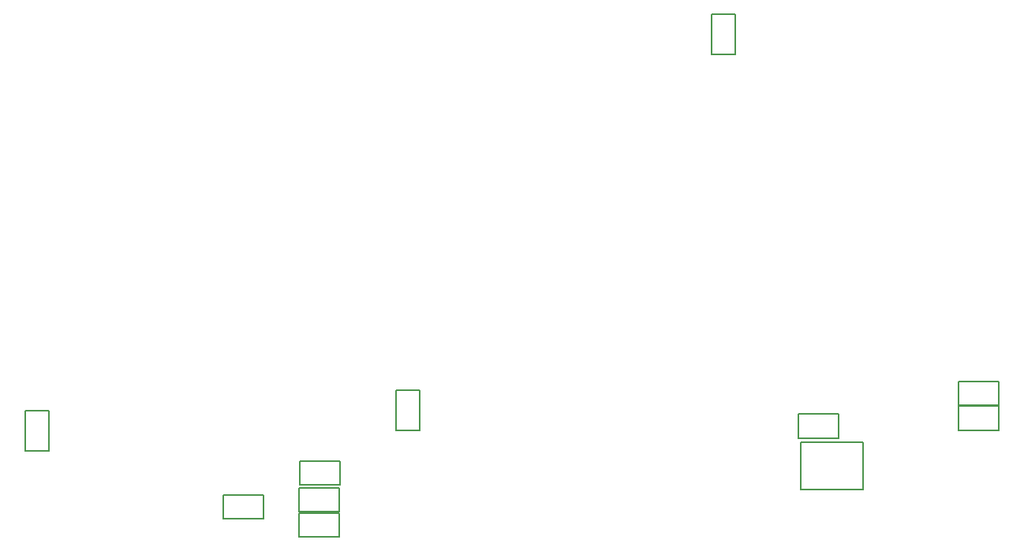
<source format=gbr>
%TF.GenerationSoftware,Altium Limited,Altium Designer,21.6.4 (81)*%
G04 Layer_Color=8388736*
%FSLAX43Y43*%
%MOMM*%
%TF.SameCoordinates,B74C4539-8C7F-4592-B280-35368C4CFDA8*%
%TF.FilePolarity,Positive*%
%TF.FileFunction,Other,Bottom_Courtyard*%
%TF.Part,Single*%
G01*
G75*
%TA.AperFunction,NonConductor*%
%ADD68C,0.200*%
D68*
X128978Y5525D02*
Y10625D01*
X122272Y5525D02*
X128978D01*
X122272D02*
Y10625D01*
X128978D01*
X139198Y14597D02*
Y17153D01*
X143505D01*
Y14597D02*
Y17153D01*
X139198Y14597D02*
X143505D01*
X139198Y11922D02*
Y14478D01*
X143505D01*
Y11922D02*
Y14478D01*
X139198Y11922D02*
X143505D01*
X39047Y14003D02*
X41603D01*
Y9697D02*
Y14003D01*
X39047Y9697D02*
X41603D01*
X39047D02*
Y14003D01*
X60321Y2419D02*
Y4975D01*
X64627D01*
Y2419D02*
Y4975D01*
X60321Y2419D02*
X64627D01*
X112702Y52297D02*
X115258D01*
X112702D02*
Y56603D01*
X115258D01*
Y52297D02*
Y56603D01*
X122022Y11072D02*
Y13628D01*
X126328D01*
Y11072D02*
Y13628D01*
X122022Y11072D02*
X126328D01*
X72760Y3197D02*
Y5753D01*
X68454Y3197D02*
X72760D01*
X68454D02*
Y5753D01*
X72760D01*
X78817Y11898D02*
X81374D01*
X78817D02*
Y16204D01*
X81374D01*
Y11898D02*
Y16204D01*
X72785Y6022D02*
Y8578D01*
X68479Y6022D02*
X72785D01*
X68479D02*
Y8578D01*
X72785D01*
X72760Y447D02*
Y3003D01*
X68454Y447D02*
X72760D01*
X68454D02*
Y3003D01*
X72760D01*
%TF.MD5,8b090cbde2c4520581dd940a412ac114*%
M02*

</source>
